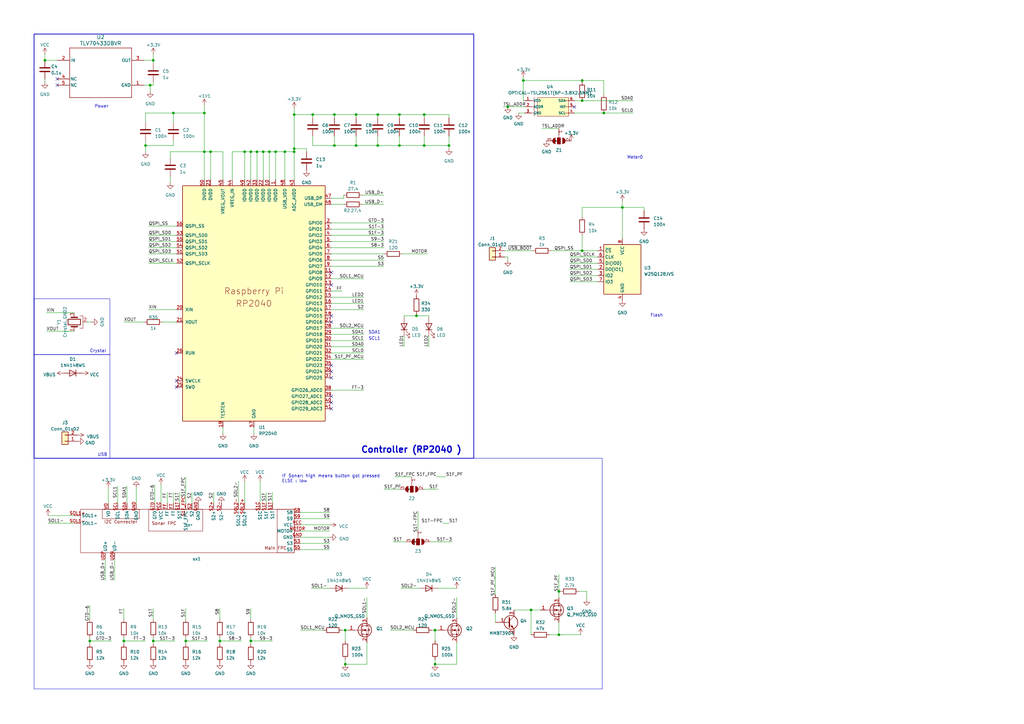
<source format=kicad_sch>
(kicad_sch (version 20231120) (generator "eeschema") (generator_version "8.0")
  (paper "A3")
  (title_block (title "OPSX-70") (date "2023-05-05") (rev "2"))
  (junction (at 107.95 62.23))
  (junction (at 100.33 62.23))
  (junction (at 247.65 46.355))
  (junction (at 170.815 129.54))
  (junction (at 62.865 24.765))
  (junction (at 154.94 59.69))
  (junction (at 83.82 62.23))
  (junction (at 62.865 262.89))
  (junction (at 178.435 272.415))
  (junction (at 83.82 46.355))
  (junction (at 178.435 258.445))
  (junction (at 36.83 262.89))
  (junction (at 217.805 250.19))
  (junction (at 214.63 33.02))
  (junction (at 184.15 59.69))
  (junction (at 173.99 46.99))
  (junction (at 154.94 46.99))
  (junction (at 146.05 59.69))
  (junction (at 120.65 60.96))
  (junction (at 90.17 262.89))
  (junction (at 102.87 62.23))
  (junction (at 146.05 46.99))
  (junction (at 238.76 41.275))
  (junction (at 238.76 102.87))
  (junction (at 141.605 272.415))
  (junction (at 128.27 46.99))
  (junction (at 163.83 46.99))
  (junction (at 71.12 46.355))
  (junction (at 238.76 33.02))
  (junction (at 137.16 46.99))
  (junction (at 120.65 62.23))
  (junction (at 61.595 34.925))
  (junction (at 50.8 262.89))
  (junction (at 229.235 242.57))
  (junction (at 120.65 46.99))
  (junction (at 163.83 59.69))
  (junction (at 137.16 59.69))
  (junction (at 86.36 62.23))
  (junction (at 18.415 24.765))
  (junction (at 173.99 59.69))
  (junction (at 76.2 262.89))
  (junction (at 116.84 62.23))
  (junction (at 229.235 260.35))
  (junction (at 102.87 262.89))
  (junction (at 105.41 62.23))
  (junction (at 141.605 258.445))
  (junction (at 208.28 43.815))
  (junction (at 59.69 59.69))
  (junction (at 110.49 62.23))
  (junction (at 113.03 62.23))
  (junction (at 255.27 85.09))
  (no_connect (at 23.495 32.385))
  (no_connect (at 135.89 149.86))
  (no_connect (at 23.495 34.925))
  (no_connect (at 72.39 158.75))
  (no_connect (at 135.89 132.08))
  (no_connect (at 135.89 162.56))
  (no_connect (at 135.89 154.94))
  (no_connect (at 72.39 156.21))
  (no_connect (at 135.89 129.54))
  (no_connect (at 135.89 165.1))
  (no_connect (at 135.89 116.84))
  (no_connect (at 72.39 144.78))
  (no_connect (at 135.89 167.64))
  (no_connect (at 135.89 111.76))
  (no_connect (at 135.89 152.4))
  (no_connect (at 235.585 43.815))
  (wire (pts (xy 229.235 260.35) (xy 225.425 260.35)))
  (wire (pts (xy 97.79 197.485) (xy 97.79 206.375)))
  (wire (pts (xy 175.895 142.24) (xy 175.895 137.795)))
  (wire (pts (xy 247.65 33.02) (xy 238.76 33.02)))
  (wire (pts (xy 113.03 62.23) (xy 116.84 62.23)))
  (wire (pts (xy 116.84 62.23) (xy 116.84 73.66)))
  (wire (pts (xy 149.225 114.3) (xy 135.89 114.3)))
  (wire (pts (xy 212.725 46.355) (xy 215.265 46.355)))
  (wire (pts (xy 259.715 41.275) (xy 238.76 41.275)))
  (wire (pts (xy 141.605 272.415) (xy 141.605 270.51)))
  (wire (pts (xy 104.14 177.8) (xy 104.14 175.26)))
  (wire (pts (xy 171.45 209.55) (xy 171.45 217.17)))
  (wire (pts (xy 59.69 50.165) (xy 59.69 46.355)))
  (wire (pts (xy 36.83 248.285) (xy 36.83 254)))
  (wire (pts (xy 106.68 197.485) (xy 106.68 206.375)))
  (wire (pts (xy 238.76 33.655) (xy 238.76 33.02)))
  (wire (pts (xy 163.83 46.99) (xy 163.83 48.26)))
  (wire (pts (xy 146.05 46.99) (xy 154.94 46.99)))
  (wire (pts (xy 62.865 249.555) (xy 62.865 254)))
  (wire (pts (xy 150.495 263.525) (xy 150.495 272.415)))
  (wire (pts (xy 59.69 57.785) (xy 59.69 59.69)))
  (wire (pts (xy 229.235 242.57) (xy 229.235 245.11)))
  (wire (pts (xy 83.82 46.355) (xy 83.82 62.23)))
  (wire (pts (xy 264.16 85.09) (xy 255.27 85.09)))
  (wire (pts (xy 90.17 249.555) (xy 90.17 254)))
  (wire (pts (xy 62.865 33.655) (xy 62.865 34.925)))
  (wire (pts (xy 255.27 85.09) (xy 255.27 82.55)))
  (wire (pts (xy 229.235 235.585) (xy 229.235 242.57)))
  (wire (pts (xy 120.65 62.23) (xy 120.65 73.66)))
  (wire (pts (xy 120.65 60.96) (xy 125.73 60.96)))
  (wire (pts (xy 111.76 262.89) (xy 102.87 262.89)))
  (wire (pts (xy 86.36 73.66) (xy 86.36 62.23)))
  (wire (pts (xy 60.96 127) (xy 72.39 127)))
  (wire (pts (xy 102.87 262.89) (xy 102.87 264.16)))
  (wire (pts (xy 150.495 272.415) (xy 141.605 272.415)))
  (wire (pts (xy 100.33 197.485) (xy 100.33 206.375)))
  (wire (pts (xy 37.465 132.08) (xy 35.56 132.08)))
  (wire (pts (xy 226.06 102.87) (xy 238.76 102.87)))
  (wire (pts (xy 187.325 272.415) (xy 178.435 272.415)))
  (wire (pts (xy 60.96 92.71) (xy 72.39 92.71)))
  (wire (pts (xy 175.895 129.54) (xy 175.895 130.175)))
  (wire (pts (xy 102.87 249.555) (xy 102.87 254)))
  (wire (pts (xy 116.84 62.23) (xy 120.65 62.23)))
  (wire (pts (xy 105.41 62.23) (xy 107.95 62.23)))
  (wire (pts (xy 229.87 242.57) (xy 229.235 242.57)))
  (wire (pts (xy 214.63 41.275) (xy 215.265 41.275)))
  (wire (pts (xy 214.63 33.02) (xy 214.63 41.275)))
  (wire (pts (xy 50.8 132.08) (xy 59.055 132.08)))
  (wire (pts (xy 187.325 241.3) (xy 179.705 241.3)))
  (wire (pts (xy 86.36 62.23) (xy 83.82 62.23)))
  (wire (pts (xy 149.225 144.78) (xy 135.89 144.78)))
  (wire (pts (xy 76.2 249.555) (xy 76.2 254)))
  (wire (pts (xy 123.19 258.445) (xy 132.715 258.445)))
  (wire (pts (xy 62.865 261.62) (xy 62.865 262.89)))
  (wire (pts (xy 181.61 214.63) (xy 184.15 214.63)))
  (wire (pts (xy 173.99 46.99) (xy 184.15 46.99)))
  (wire (pts (xy 238.76 85.09) (xy 255.27 85.09)))
  (wire (pts (xy 173.99 59.69) (xy 184.15 59.69)))
  (wire (pts (xy 110.49 62.23) (xy 113.03 62.23)))
  (wire (pts (xy 149.225 139.7) (xy 135.89 139.7)))
  (wire (pts (xy 179.07 195.58) (xy 182.88 195.58)))
  (wire (pts (xy 247.65 38.735) (xy 247.65 33.02)))
  (wire (pts (xy 150.495 241.3) (xy 142.875 241.3)))
  (wire (pts (xy 36.83 261.62) (xy 36.83 262.89)))
  (wire (pts (xy 157.48 200.66) (xy 163.83 200.66)))
  (wire (pts (xy 135.255 220.345) (xy 123.19 220.345)))
  (wire (pts (xy 165.735 142.24) (xy 165.735 137.795)))
  (wire (pts (xy 238.76 96.52) (xy 238.76 102.87)))
  (wire (pts (xy 135.89 142.24) (xy 149.225 142.24)))
  (wire (pts (xy 163.83 59.69) (xy 173.99 59.69)))
  (wire (pts (xy 184.15 55.88) (xy 184.15 59.69)))
  (wire (pts (xy 50.8 261.62) (xy 50.8 262.89)))
  (wire (pts (xy 146.05 59.69) (xy 154.94 59.69)))
  (wire (pts (xy 43.18 238.125) (xy 43.18 229.235)))
  (wire (pts (xy 149.225 121.92) (xy 135.89 121.92)))
  (wire (pts (xy 19.05 128.27) (xy 30.48 128.27)))
  (wire (pts (xy 66.04 198.755) (xy 66.04 206.375)))
  (wire (pts (xy 210.82 250.19) (xy 217.805 250.19)))
  (wire (pts (xy 90.17 262.89) (xy 90.17 264.16)))
  (wire (pts (xy 90.17 261.62) (xy 90.17 262.89)))
  (wire (pts (xy 161.29 222.25) (xy 166.37 222.25)))
  (wire (pts (xy 102.87 62.23) (xy 102.87 73.66)))
  (wire (pts (xy 178.435 262.89) (xy 178.435 258.445)))
  (wire (pts (xy 87.63 201.93) (xy 87.63 206.375)))
  (wire (pts (xy 170.815 129.54) (xy 175.895 129.54)))
  (wire (pts (xy 160.02 258.445) (xy 169.545 258.445)))
  (wire (pts (xy 135.89 93.98) (xy 157.48 93.98)))
  (wire (pts (xy 165.735 129.54) (xy 165.735 130.175)))
  (wire (pts (xy 128.27 46.99) (xy 137.16 46.99)))
  (wire (pts (xy 110.49 62.23) (xy 110.49 73.66)))
  (wire (pts (xy 264.16 86.36) (xy 264.16 85.09)))
  (wire (pts (xy 233.68 113.03) (xy 245.11 113.03)))
  (wire (pts (xy 71.12 46.355) (xy 83.82 46.355)))
  (wire (pts (xy 146.05 46.99) (xy 146.05 48.26)))
  (wire (pts (xy 137.16 46.99) (xy 137.16 48.26)))
  (wire (pts (xy 221.615 250.19) (xy 217.805 250.19)))
  (wire (pts (xy 259.715 46.355) (xy 247.65 46.355)))
  (wire (pts (xy 238.76 88.9) (xy 238.76 85.09)))
  (wire (pts (xy 128.27 59.69) (xy 137.16 59.69)))
  (wire (pts (xy 154.94 59.69) (xy 163.83 59.69)))
  (wire (pts (xy 91.44 73.66) (xy 91.44 62.23)))
  (wire (pts (xy 120.65 44.45) (xy 120.65 46.99)))
  (wire (pts (xy 135.89 81.28) (xy 140.97 81.28)))
  (wire (pts (xy 91.44 177.8) (xy 91.44 175.26)))
  (wire (pts (xy 135.255 212.725) (xy 123.19 212.725)))
  (wire (pts (xy 59.69 59.69) (xy 71.12 59.69)))
  (wire (pts (xy 217.805 260.35) (xy 217.805 250.19)))
  (wire (pts (xy 73.66 201.93) (xy 73.66 206.375)))
  (wire (pts (xy 105.41 62.23) (xy 105.41 73.66)))
  (wire (pts (xy 178.435 258.445) (xy 179.705 258.445)))
  (wire (pts (xy 52.07 199.39) (xy 52.07 206.375)))
  (wire (pts (xy 140.335 258.445) (xy 141.605 258.445)))
  (wire (pts (xy 91.44 62.23) (xy 86.36 62.23)))
  (wire (pts (xy 222.25 52.705) (xy 229.235 52.705)))
  (wire (pts (xy 137.16 59.69) (xy 146.05 59.69)))
  (wire (pts (xy 62.865 262.89) (xy 62.865 264.16)))
  (wire (pts (xy 128.27 55.88) (xy 128.27 59.69)))
  (wire (pts (xy 157.48 80.01) (xy 148.59 80.01)))
  (wire (pts (xy 255.27 85.09) (xy 255.27 97.79)))
  (wire (pts (xy 161.925 195.58) (xy 168.91 195.58)))
  (wire (pts (xy 83.82 43.18) (xy 83.82 46.355)))
  (wire (pts (xy 83.82 62.23) (xy 83.82 73.66)))
  (wire (pts (xy 18.415 33.655) (xy 18.415 32.385)))
  (wire (pts (xy 135.255 217.805) (xy 123.19 217.805)))
  (wire (pts (xy 233.68 110.49) (xy 245.11 110.49)))
  (wire (pts (xy 154.94 46.99) (xy 163.83 46.99)))
  (wire (pts (xy 59.69 46.355) (xy 71.12 46.355)))
  (wire (pts (xy 207.01 105.41) (xy 208.28 105.41)))
  (wire (pts (xy 45.72 262.89) (xy 36.83 262.89)))
  (wire (pts (xy 233.68 105.41) (xy 245.11 105.41)))
  (wire (pts (xy 140.335 119.38) (xy 135.89 119.38)))
  (wire (pts (xy 36.83 262.89) (xy 36.83 264.16)))
  (wire (pts (xy 187.325 245.11) (xy 187.325 253.365)))
  (wire (pts (xy 149.225 124.46) (xy 135.89 124.46)))
  (wire (pts (xy 76.2 195.58) (xy 76.2 206.375)))
  (wire (pts (xy 95.25 73.66) (xy 95.25 62.23)))
  (wire (pts (xy 48.26 199.39) (xy 48.26 206.375)))
  (wire (pts (xy 85.09 262.89) (xy 76.2 262.89)))
  (wire (pts (xy 123.19 210.185) (xy 135.255 210.185)))
  (wire (pts (xy 164.465 241.3) (xy 172.085 241.3)))
  (wire (pts (xy 173.99 55.88) (xy 173.99 59.69)))
  (wire (pts (xy 187.325 263.525) (xy 187.325 272.415)))
  (wire (pts (xy 46.99 238.125) (xy 46.99 229.235)))
  (wire (pts (xy 120.65 46.99) (xy 128.27 46.99)))
  (wire (pts (xy 208.28 105.41) (xy 208.28 106.68)))
  (wire (pts (xy 100.33 73.66) (xy 100.33 62.23)))
  (wire (pts (xy 157.48 104.14) (xy 135.89 104.14)))
  (wire (pts (xy 120.65 46.99) (xy 120.65 60.96)))
  (wire (pts (xy 62.865 24.765) (xy 59.055 24.765)))
  (wire (pts (xy 71.12 201.93) (xy 71.12 206.375)))
  (wire (pts (xy 50.8 262.89) (xy 50.8 264.16)))
  (wire (pts (xy 107.95 62.23) (xy 107.95 73.66)))
  (wire (pts (xy 233.68 115.57) (xy 245.11 115.57)))
  (wire (pts (xy 178.435 272.415) (xy 178.435 270.51)))
  (wire (pts (xy 69.85 62.23) (xy 83.82 62.23)))
  (wire (pts (xy 149.225 147.32) (xy 135.89 147.32)))
  (wire (pts (xy 157.48 109.22) (xy 135.89 109.22)))
  (wire (pts (xy 18.415 24.765) (xy 23.495 24.765)))
  (wire (pts (xy 55.88 200.025) (xy 55.88 206.375)))
  (wire (pts (xy 135.255 225.425) (xy 123.19 225.425)))
  (wire (pts (xy 154.94 46.99) (xy 154.94 48.26)))
  (wire (pts (xy 238.76 102.87) (xy 245.11 102.87)))
  (wire (pts (xy 111.76 201.93) (xy 111.76 206.375)))
  (wire (pts (xy 141.605 258.445) (xy 142.875 258.445)))
  (wire (pts (xy 107.95 62.23) (xy 110.49 62.23)))
  (wire (pts (xy 19.685 211.455) (xy 30.48 211.455)))
  (wire (pts (xy 184.15 48.26) (xy 184.15 46.99)))
  (wire (pts (xy 135.89 99.06) (xy 157.48 99.06)))
  (wire (pts (xy 137.16 46.99) (xy 146.05 46.99)))
  (wire (pts (xy 102.87 62.23) (xy 105.41 62.23)))
  (wire (pts (xy 146.05 55.88) (xy 146.05 59.69)))
  (wire (pts (xy 157.48 91.44) (xy 135.89 91.44)))
  (wire (pts (xy 140.97 81.28) (xy 140.97 80.01)))
  (wire (pts (xy 150.495 245.11) (xy 150.495 253.365)))
  (wire (pts (xy 125.73 60.96) (xy 125.73 62.23)))
  (wire (pts (xy 60.96 107.95) (xy 72.39 107.95)))
  (wire (pts (xy 157.48 83.82) (xy 148.59 83.82)))
  (wire (pts (xy 61.595 34.925) (xy 59.055 34.925)))
  (wire (pts (xy 203.2 251.46) (xy 203.2 255.27)))
  (wire (pts (xy 185.42 222.25) (xy 176.53 222.25)))
  (wire (pts (xy 207.01 102.87) (xy 218.44 102.87)))
  (wire (pts (xy 163.83 46.99) (xy 173.99 46.99)))
  (wire (pts (xy 76.2 262.89) (xy 76.2 264.16)))
  (wire (pts (xy 240.665 245.745) (xy 240.665 242.57)))
  (wire (pts (xy 135.89 106.68) (xy 157.48 106.68)))
  (wire (pts (xy 128.27 46.99) (xy 128.27 48.26)))
  (wire (pts (xy 135.89 160.02) (xy 149.225 160.02)))
  (wire (pts (xy 214.63 33.02) (xy 238.76 33.02)))
  (wire (pts (xy 66.675 132.08) (xy 72.39 132.08)))
  (wire (pts (xy 154.94 55.88) (xy 154.94 59.69)))
  (wire (pts (xy 59.69 59.69) (xy 59.69 62.23)))
  (wire (pts (xy 240.665 242.57) (xy 237.49 242.57)))
  (wire (pts (xy 18.415 22.225) (xy 18.415 24.765)))
  (wire (pts (xy 102.87 261.62) (xy 102.87 262.89)))
  (wire (pts (xy 173.99 46.99) (xy 173.99 48.26)))
  (wire (pts (xy 229.235 260.35) (xy 238.125 260.35)))
  (wire (pts (xy 59.69 262.89) (xy 50.8 262.89)))
  (wire (pts (xy 163.83 55.88) (xy 163.83 59.69)))
  (wire (pts (xy 214.63 31.75) (xy 214.63 33.02)))
  (wire (pts (xy 71.755 262.89) (xy 62.865 262.89)))
  (wire (pts (xy 141.605 262.89) (xy 141.605 258.445)))
  (wire (pts (xy 78.74 201.93) (xy 78.74 206.375)))
  (wire (pts (xy 62.865 34.925) (xy 61.595 34.925)))
  (wire (pts (xy 71.12 46.355) (xy 71.12 50.165)))
  (wire (pts (xy 149.225 127) (xy 135.89 127)))
  (wire (pts (xy 95.25 62.23) (xy 100.33 62.23)))
  (wire (pts (xy 60.96 96.52) (xy 72.39 96.52)))
  (wire (pts (xy 165.735 129.54) (xy 170.815 129.54)))
  (wire (pts (xy 19.685 214.63) (xy 30.48 214.63)))
  (wire (pts (xy 184.15 59.69) (xy 184.15 60.96)))
  (wire (pts (xy 44.45 200.025) (xy 44.45 206.375)))
  (wire (pts (xy 135.89 83.82) (xy 140.97 83.82)))
  (wire (pts (xy 135.255 215.265) (xy 123.19 215.265)))
  (wire (pts (xy 247.65 46.355) (xy 235.585 46.355)))
  (wire (pts (xy 135.89 134.62) (xy 149.225 134.62)))
  (wire (pts (xy 157.48 101.6) (xy 135.89 101.6)))
  (wire (pts (xy 19.05 135.89) (xy 30.48 135.89)))
  (wire (pts (xy 99.06 262.89) (xy 90.17 262.89)))
  (wire (pts (xy 203.2 232.41) (xy 203.2 243.84)))
  (wire (pts (xy 170.815 129.54) (xy 170.815 128.905)))
  (wire (pts (xy 100.33 62.23) (xy 102.87 62.23)))
  (wire (pts (xy 120.65 60.96) (xy 120.65 62.23)))
  (wire (pts (xy 76.2 261.62) (xy 76.2 262.89)))
  (wire (pts (xy 179.705 200.66) (xy 173.99 200.66)))
  (wire (pts (xy 50.8 249.555) (xy 50.8 254)))
  (wire (pts (xy 137.16 55.88) (xy 137.16 59.69)))
  (wire (pts (xy 68.58 201.93) (xy 68.58 206.375)))
  (wire (pts (xy 123.19 222.885) (xy 135.255 222.885)))
  (wire (pts (xy 60.96 99.06) (xy 72.39 99.06)))
  (wire (pts (xy 62.865 22.225) (xy 62.865 24.765)))
  (wire (pts (xy 61.595 37.465) (xy 61.595 34.925)))
  (wire (pts (xy 113.03 62.23) (xy 113.03 73.66)))
  (wire (pts (xy 62.865 26.035) (xy 62.865 24.765)))
  (wire (pts (xy 127.635 241.3) (xy 135.255 241.3)))
  (wire (pts (xy 149.225 137.16) (xy 135.89 137.16)))
  (wire (pts (xy 135.89 96.52) (xy 157.48 96.52)))
  (wire (pts (xy 60.96 104.14) (xy 72.39 104.14)))
  (wire (pts (xy 208.28 43.815) (xy 206.375 43.815)))
  (wire (pts (xy 69.85 74.93) (xy 69.85 72.39)))
  (wire (pts (xy 109.22 201.93) (xy 109.22 206.375)))
  (wire (pts (xy 215.265 43.815) (xy 208.28 43.815)))
  (wire (pts (xy 238.76 41.275) (xy 235.585 41.275)))
  (wire (pts (xy 177.165 258.445) (xy 178.435 258.445)))
  (wire (pts (xy 175.26 104.14) (xy 165.1 104.14)))
  (wire (pts (xy 233.68 107.95) (xy 245.11 107.95)))
  (wire (pts (xy 60.96 101.6) (xy 72.39 101.6)))
  (wire (pts (xy 71.12 57.785) (xy 71.12 59.69)))
  (wire (pts (xy 69.85 64.77) (xy 69.85 62.23)))
  (wire (pts (xy 63.5 198.755) (xy 63.5 206.375)))
  (wire (pts (xy 229.235 255.27) (xy 229.235 260.35)))
  (rectangle (start 13.97 145.415) (end 45.085 187.96))
  (rectangle (start 13.97 13.97) (end 194.31 187.96) (stroke (width 0.3)))
  (rectangle (start 13.97 187.96) (end 247.015 282.575))
  (rectangle (start 13.97 122.555) (end 45.085 145.415))
  (text "Flash\n" (at 266.7 130.175 0) (effects (font (size 1.27 1.27)) (justify left bottom)))
  (text "Meter0" (at 257.175 65.405 0) (effects (font (size 1.27 1.27)) (justify left bottom)))
  (text "Power " (at 38.735 44.45 0) (effects (font (size 1.27 1.27)) (justify left bottom)))
  (text "Crystal\n" (at 36.83 144.78 0) (effects (font (size 1.27 1.27)) (justify left bottom)))
  (text "IF Sonar: high means button got pressed\nELSE : low" (at 115.57 198.12 0) (effects (font (size 1.27 1.27)) (justify left bottom)))
  (text "Controller (RP2040 )\n" (at 147.955 186.055 0) (effects (font (size 2.54 2.54) (thickness 0.508) (bold yes)) (justify left bottom)))
  (text "SCL1\n" (at 151.13 139.7 0) (effects (font (size 1.27 1.27)) (justify left bottom)))
  (text "SDA1" (at 151.13 137.16 0) (effects (font (size 1.27 1.27)) (justify left bottom)))
  (text "USB" (at 40.005 187.325 0) (effects (font (size 1.27 1.27)) (justify left bottom)))
  (label "MOTOR" (at 175.26 104.14 180))
  (label "S8-3" (at 157.48 101.6 180))
  (label "XIN" (at 19.05 128.27 0))
  (label "QSPI_SS" (at 227.33 102.87 0))
  (label "XIN" (at 60.96 127 0))
  (label "QSPI_SD0" (at 60.96 96.52 0))
  (label "GTD-3" (at 157.48 91.44 180))
  (label "SDA1" (at 149.225 137.16 180))
  (label "S1T-FPC" (at 171.45 209.55 270))
  (label "SCL1" (at 48.26 199.39 270))
  (label "S1T-3" (at 185.42 222.25 180))
  (label "QSPI_SD3" (at 233.68 115.57 0))
  (label "FF" (at 140.335 119.38 180))
  (label "S1F_FPC" (at 76.2 195.58 270))
  (label "~{USB_BOOT}" (at 208.28 102.87 0))
  (label "S1F_FPC" (at 161.925 195.58 0))
  (label "SOL2-" (at 187.325 245.11 270))
  (label "QSPI_SD1" (at 233.68 110.49 0))
  (label "FT-3" (at 149.225 160.02 180))
  (label "S1T-3" (at 71.755 262.89 180))
  (label "S8-3" (at 99.06 262.89 180))
  (label "SCL0" (at 259.715 46.355 180))
  (label "S1F_PF" (at 229.235 235.585 270))
  (label "SDA1" (at 52.07 199.39 270))
  (label "S3" (at 135.255 222.885 180))
  (label "S1T" (at 73.66 201.93 270))
  (label "S1T" (at 62.865 249.555 270))
  (label "LED2" (at 175.895 142.24 90))
  (label "GTD-6" (at 63.5 198.755 270))
  (label "SDA0" (at 259.715 41.275 180))
  (label "S1F_PF" (at 157.48 200.66 0))
  (label "S2" (at 78.74 201.93 270))
  (label "FF" (at 68.58 201.93 270))
  (label "SDA0" (at 149.225 142.24 180))
  (label "GTD-3" (at 45.72 262.89 180))
  (label "S1F-3" (at 157.48 96.52 180))
  (label "S1F" (at 179.705 200.66 180))
  (label "SOL2-" (at 97.79 197.485 270))
  (label "QSPI_SD2" (at 60.96 101.6 0))
  (label "S8" (at 90.17 249.555 270))
  (label "USB_D-" (at 46.99 238.125 90))
  (label "S1T" (at 184.15 214.63 0))
  (label "S1T" (at 161.29 222.25 0))
  (label "SOL2_MCU" (at 149.225 134.62 180))
  (label "S2" (at 149.225 127 180))
  (label "SOL2_MCU" (at 160.02 258.445 0))
  (label "LED1" (at 149.225 124.46 180))
  (label "MOTOR" (at 135.255 217.805 180))
  (label "SCL0" (at 149.225 144.78 180))
  (label "SOL1-" (at 19.685 214.63 0))
  (label "S8" (at 135.255 210.185 180))
  (label "SOL1_MCU" (at 149.225 114.3 180))
  (label "S5" (at 135.255 225.425 180))
  (label "USB_D-" (at 157.48 83.82 180))
  (label "SCL1" (at 149.225 139.7 180))
  (label "XOUT" (at 50.8 132.08 0))
  (label "S9-3" (at 111.76 262.89 180))
  (label "QSPI_SD1" (at 60.96 99.06 0))
  (label "USB_D+" (at 157.48 80.01 180))
  (label "TSL_ADDR" (at 206.375 43.815 0))
  (label "FT" (at 50.8 249.555 270))
  (label "QSPI_SD0" (at 233.68 107.95 0))
  (label "S1F" (at 109.22 201.93 270))
  (label "S9" (at 135.255 212.725 180))
  (label "S1F_PF" (at 182.88 195.58 0))
  (label "LED2" (at 149.225 121.92 180))
  (label "S9" (at 102.87 249.555 270))
  (label "S3" (at 157.48 109.22 180))
  (label "S9-3" (at 157.48 99.06 180))
  (label "SOL2-" (at 164.465 241.3 0))
  (label "GTD-6" (at 36.83 248.285 270))
  (label "SOL1-" (at 127.635 241.3 0))
  (label "S1F_FPC" (at 179.07 195.58 180))
  (label "S1F_PF_MCU" (at 149.225 147.32 180))
  (label "S1F-3" (at 85.09 262.89 180))
  (label "QSPI_SS" (at 60.96 92.71 0))
  (label "QSPI_SD2" (at 233.68 113.03 0))
  (label "QSPI_SD3" (at 60.96 104.14 0))
  (label "SOL1-" (at 150.495 245.11 270))
  (label "S2" (at 87.63 201.93 270))
  (label "QSPI_SCLK" (at 60.96 107.95 0))
  (label "QSPI_SCLK" (at 233.68 105.41 0))
  (label "USB_D+" (at 43.18 238.125 90))
  (label "S1F" (at 76.2 249.555 270))
  (label "FT-3" (at 59.69 262.89 180))
  (label "S1F_PF_MCU" (at 203.2 232.41 270))
  (label "S1T-FPC" (at 181.61 214.63 180))
  (label "S5" (at 157.48 106.68 180))
  (label "FT" (at 71.12 201.93 270))
  (label "S1T-3" (at 157.48 93.98 180))
  (label "SOL1_MCU" (at 123.19 258.445 0))
  (label "XOUT" (at 19.05 135.89 0))
  (label "LED1" (at 165.735 142.24 90))
  (label "S1T" (at 111.76 201.93 270))
  (label "TSL_ADDR" (at 222.25 52.705 0))
  (symbol (lib_id "power:GND") (at 178.435 272.415 0) (unit 1)
    (property "Reference" "#PWR045" (effects (hide yes)))
    (property "Value" "GND" (at 178.435 276.86 0))
  )
  (symbol (lib_id "power:GND") (at 61.595 37.465 0) (unit 1)
    (property "Reference" "#PWR05" (effects (hide yes)))
    (property "Value" "GND" (at 61.595 42.545 0))
  )
  (symbol (lib_id "Device:R") (at 62.865 257.81 0) (unit 1)
    (property "Reference" "R13" (at 64.77 257.175 0) (effects (justify left)))
    (property "Value" "10k" (at 64.77 259.715 0) (effects (justify left)))
    (property "Footprint" "Resistor_SMD:R_0402_1005Metric_Pad0.72x0.64mm_HandSolder" (effects (hide yes)))
  )
  (symbol (lib_id "power:VCC") (at 66.04 198.755 0) (unit 1)
    (property "Reference" "#PWR022" (effects (hide yes)))
    (property "Value" "VCC" (at 66.04 194.945 0))
  )
  (symbol (lib_id "power:VBUS") (at 26.035 153.035 90) (unit 1)
    (property "Reference" "#PWR025" (effects (hide yes)))
    (property "Value" "VBUS" (at 22.86 153.67 90) (effects (justify left)))
  )
  (symbol (lib_id "Device:C") (at 184.15 52.07 0) (unit 1)
    (property "Reference" "C12" (at 187.96 51.435 0) (effects (justify left)))
    (property "Value" "100n" (at 187.96 53.975 0) (effects (justify left)))
    (property "Footprint" "Capacitor_SMD:C_0402_1005Metric_Pad0.74x0.62mm_HandSolder" (effects (hide yes)))
  )
  (symbol (lib_id "power:GND") (at 264.16 93.98 0) (unit 1)
    (property "Reference" "#PWR015" (effects (hide yes)))
    (property "Value" "GND" (at 264.16 99.06 0))
  )
  (symbol (lib_id "Device:R") (at 102.87 267.97 0) (unit 1)
    (property "Reference" "R20" (at 105.41 267.335 0) (effects (justify left)))
    (property "Value" "12k" (at 105.41 269.875 0) (effects (justify left)))
    (property "Footprint" "Resistor_SMD:R_0402_1005Metric_Pad0.72x0.64mm_HandSolder" (effects (hide yes)))
  )
  (symbol (lib_id "MCU_RaspberryPi_RP2040:RP2040") (at 104.14 124.46 0) (unit 1)
    (property "Reference" "U1" (at 106.0959 175.26 0) (effects (justify left)))
    (property "Value" "RP2040" (at 106.0959 177.8 0) (effects (justify left)))
    (property "Footprint" "RP2040_minimal:RP2040-QFN-56" (effects (hide yes)))
  )
  (symbol (lib_id "Device:R") (at 141.605 266.7 180) (unit 1)
    (property "Reference" "R23" (at 144.145 266.065 0) (effects (justify right)))
    (property "Value" "100k" (at 144.145 268.605 0) (effects (justify right)))
    (property "Footprint" "Resistor_SMD:R_0402_1005Metric_Pad0.72x0.64mm_HandSolder" (effects (hide yes)))
  )
  (symbol (lib_id "power:GND") (at 90.805 206.375 180) (unit 1)
    (property "Reference" "#PWR035" (effects (hide yes)))
    (property "Value" "GND" (at 90.805 202.565 0))
  )
  (symbol (lib_id "Connector_Generic:Conn_01x02") (at 201.93 105.41 180) (unit 1)
    (property "Reference" "J1" (at 201.93 97.79 0))
    (property "Value" "Conn_01x02" (at 201.93 100.33 0))
    (property "Footprint" "Connector_PinHeader_2.54mm:PinHeader_1x02_P2.54mm_Vertical" (effects (hide yes)))
  )
  (symbol (lib_id "Device:R") (at 76.2 267.97 0) (unit 1)
    (property "Reference" "R16" (at 78.74 267.335 0) (effects (justify left)))
    (property "Value" "12k" (at 78.74 269.875 0) (effects (justify left)))
    (property "Footprint" "Resistor_SMD:R_0402_1005Metric_Pad0.72x0.64mm_HandSolder" (effects (hide yes)))
  )
  (symbol (lib_id "Device:R") (at 144.78 83.82 90) (unit 1)
    (property "Reference" "R2" (at 142.24 86.36 90))
    (property "Value" "27.4" (at 146.05 86.36 90))
    (property "Footprint" "Resistor_SMD:R_0402_1005Metric_Pad0.72x0.64mm_HandSolder" (effects (hide yes)))
  )
  (symbol (lib_id "Device:C") (at 163.83 52.07 0) (unit 1)
    (property "Reference" "C10" (at 167.64 51.435 0) (effects (justify left)))
    (property "Value" "100n" (at 167.64 53.975 0) (effects (justify left)))
    (property "Footprint" "Capacitor_SMD:C_0402_1005Metric_Pad0.74x0.62mm_HandSolder" (effects (hide yes)))
  )
  (symbol (lib_id "power:VCC") (at 135.255 215.265 270) (unit 1)
    (property "Reference" "#PWR023" (effects (hide yes)))
    (property "Value" "VCC" (at 139.065 215.9 90) (effects (justify left)))
  )
  (symbol (lib_id "power:VBUS") (at 31.75 178.435 270) (unit 1)
    (property "Reference" "#PWR019" (effects (hide yes)))
    (property "Value" "VBUS" (at 35.56 179.07 90) (effects (justify left)))
  )
  (symbol (lib_id "Device:R") (at 36.83 267.97 0) (unit 1)
    (property "Reference" "R5" (at 39.37 267.335 0) (effects (justify left)))
    (property "Value" "12k" (at 39.37 269.875 0) (effects (justify left)))
    (property "Footprint" "Resistor_SMD:R_0402_1005Metric_Pad0.72x0.64mm_HandSolder" (effects (hide yes)))
  )
  (symbol (lib_id "Device:Q_NMOS_GSD") (at 184.785 258.445 0) (unit 1)
    (property "Reference" "Q2" (at 191.135 257.81 0) (effects (justify left)))
    (property "Value" "Q_NMOS_GSD" (at 173.99 252.73 0) (effects (justify left)))
    (property "Footprint" "Package_TO_SOT_SMD:SOT-23" (effects (hide yes)))
  )
  (symbol (lib_id "Connector_Generic:Conn_01x02") (at 26.67 180.975 180) (unit 1)
    (property "Reference" "J3" (at 26.67 173.355 0))
    (property "Value" "Conn_01x02" (at 26.67 175.895 0))
    (property "Footprint" "Connector_PinHeader_2.54mm:PinHeader_1x02_P2.54mm_Vertical" (effects (hide yes)))
  )
  (symbol (lib_id "Device:C") (at 18.415 28.575 0) (unit 1)
    (property "Reference" "C4" (at 20.955 27.305 0) (effects (justify left)))
    (property "Value" "0.1u" (at 20.955 29.845 0) (effects (justify left)))
    (property "Footprint" "Capacitor_SMD:C_0402_1005Metric_Pad0.74x0.62mm_HandSolder" (effects (hide yes)))
  )
  (symbol (lib_id "power:GND") (at 208.28 106.68 0) (unit 1)
    (property "Reference" "#PWR013" (effects (hide yes)))
    (property "Value" "GND" (at 208.28 111.76 0))
  )
  (symbol (lib_id "Device:C") (at 264.16 90.17 0) (unit 1)
    (property "Reference" "C14" (at 267.97 89.535 0) (effects (justify left)))
    (property "Value" "100n" (at 267.97 92.075 0) (effects (justify left)))
    (property "Footprint" "Capacitor_SMD:C_0402_1005Metric_Pad0.74x0.62mm_HandSolder" (effects (hide yes)))
  )
  (symbol (lib_id "Diode:1N4148WS") (at 29.845 153.035 180) (unit 1)
    (property "Reference" "D1" (at 29.845 147.32 0))
    (property "Value" "1N4148WS" (at 29.845 149.86 0))
    (property "Footprint" "Diode_SMD:D_SOD-323" (effects (hide yes)))
    (property "Datasheet" "https://www.vishay.com/docs/85751/1n4148ws.pdf" (effects (hide yes)))
    (property "Sim.Device" "D" (effects (hide yes)))
    (property "Sim.Pins" "1=K 2=A" (effects (hide yes)))
  )
  (symbol (lib_id "Device:C") (at 154.94 52.07 0) (unit 1)
    (property "Reference" "C9" (at 158.75 51.435 0) (effects (justify left)))
    (property "Value" "100n" (at 158.75 53.975 0) (effects (justify left)))
    (property "Footprint" "Capacitor_SMD:C_0402_1005Metric_Pad0.74x0.62mm_HandSolder" (effects (hide yes)))
  )
  (symbol (lib_id "power:GND") (at 135.255 220.345 90) (unit 1)
    (property "Reference" "#PWR018" (effects (hide yes)))
    (property "Value" "GND" (at 139.065 220.98 90) (effects (justify right)))
  )
  (symbol (lib_id "power:VCC") (at 238.125 260.35 0) (mirror y) (unit 1)
    (property "Reference" "#PWR055" (effects (hide yes)))
    (property "Value" "VCC" (at 238.125 256.54 0))
  )
  (symbol (lib_id "power:+3.3V") (at 234.315 57.785 0) (unit 1)
    (property "Reference" "#PWR032" (effects (hide yes)))
    (property "Value" "+3.3V" (at 234.315 54.61 0))
  )
  (symbol (lib_id "power:+3.3V") (at 62.865 22.225 0) (unit 1)
    (property "Reference" "#PWR08" (effects (hide yes)))
    (property "Value" "+3.3V" (at 62.865 18.415 0))
  )
  (symbol (lib_id "power:GND") (at 18.415 33.655 0) (unit 1)
    (property "Reference" "#PWR07" (effects (hide yes)))
    (property "Value" "GND" (at 18.415 38.735 0))
  )
  (symbol (lib_id "power:VCC") (at 150.495 241.3 0) (unit 1)
    (property "Reference" "#PWR042" (effects (hide yes)))
    (property "Value" "VCC" (at 150.495 237.49 0))
  )
  (symbol (lib_id "power:GND") (at 36.83 271.78 0) (unit 1)
    (property "Reference" "#PWR024" (effects (hide yes)))
    (property "Value" "GND" (at 36.83 276.225 0))
  )
  (symbol (lib_id "power:GND") (at 50.8 271.78 0) (unit 1)
    (property "Reference" "#PWR028" (effects (hide yes)))
    (property "Value" "GND" (at 50.8 276.225 0))
  )
  (symbol (lib_id "power:+3.3V") (at 214.63 31.75 0) (unit 1)
    (property "Reference" "#PWR030" (effects (hide yes)))
    (property "Value" "+3.3V" (at 214.63 28.575 0))
  )
  (symbol (lib_id "power:GND") (at 104.14 177.8 0) (unit 1)
    (property "Reference" "#PWR011" (effects (hide yes)))
    (property "Value" "GND" (at 104.14 182.88 0))
  )
  (symbol (lib_id "power:GND") (at 224.155 57.785 0) (unit 1)
    (property "Reference" "#PWR031" (effects (hide yes)))
    (property "Value" "GND" (at 224.155 62.23 0))
  )
  (symbol (lib_id "power:GND") (at 90.17 271.78 0) (unit 1)
    (property "Reference" "#PWR039" (effects (hide yes)))
    (property "Value" "GND" (at 90.17 276.225 0))
  )
  (symbol (lib_id "Device:Q_NMOS_GSD") (at 147.955 258.445 0) (unit 1)
    (property "Reference" "Q1" (at 154.305 257.81 0) (effects (justify left)))
    (property "Value" "Q_NMOS_GSD" (at 137.16 252.73 0) (effects (justify left)))
    (property "Footprint" "Package_TO_SOT_SMD:SOT-23" (effects (hide yes)))
  )
  (symbol (lib_id "Device:C") (at 137.16 52.07 0) (unit 1)
    (property "Reference" "C7" (at 140.97 51.435 0) (effects (justify left)))
    (property "Value" "100n" (at 140.97 53.975 0) (effects (justify left)))
    (property "Footprint" "Capacitor_SMD:C_0402_1005Metric_Pad0.74x0.62mm_HandSolder" (effects (hide yes)))
  )
  (symbol (lib_id "power:GND") (at 76.2 271.78 0) (unit 1)
    (property "Reference" "#PWR037" (effects (hide yes)))
    (property "Value" "GND" (at 76.2 276.225 0))
  )
  (symbol (lib_id "Device:R") (at 203.2 247.65 180) (unit 1)
    (property "Reference" "R31" (at 205.74 247.015 0) (effects (justify right)))
    (property "Value" "5.6k" (at 205.74 249.555 0) (effects (justify right)))
    (property "Footprint" "Resistor_SMD:R_0402_1005Metric_Pad0.72x0.64mm_HandSolder" (effects (hide yes)))
  )
  (symbol (lib_id "Memory_Flash:W25Q128JVS") (at 255.27 110.49 0) (unit 1)
    (property "Reference" "U3" (at 264.16 109.855 0) (effects (justify left)))
    (property "Value" "W25Q128JVS" (at 264.16 112.395 0) (effects (justify left)))
    (property "Footprint" "Package_SO:SOIC-8_5.23x5.23mm_P1.27mm" (effects (hide yes)))
    (property "Datasheet" "http://www.winbond.com/resource-files/w25q128jv_dtr%20revc%2003272018%20plus.pdf" (effects (hide yes)))
  )
  (symbol (lib_id "Device:R") (at 90.17 267.97 0) (unit 1)
    (property "Reference" "R18" (at 92.71 267.335 0) (effects (justify left)))
    (property "Value" "12k" (at 92.71 269.875 0) (effects (justify left)))
    (property "Footprint" "Resistor_SMD:R_0402_1005Metric_Pad0.72x0.64mm_HandSolder" (effects (hide yes)))
  )
  (symbol (lib_id "Device:R") (at 62.865 132.08 90) (unit 1)
    (property "Reference" "R35" (at 62.865 130.175 90))
    (property "Value" "1k" (at 62.865 134.62 90))
    (property "Footprint" "Resistor_SMD:R_0402_1005Metric_Pad0.72x0.64mm_HandSolder" (effects (hide yes)))
  )
  (symbol (lib_id "power:GND") (at 59.69 62.23 0) (unit 1)
    (property "Reference" "#PWR02" (effects (hide yes)))
    (property "Value" "GND" (at 59.69 67.31 0))
  )
  (symbol (lib_id "power:VCC") (at 106.68 197.485 0) (unit 1)
    (property "Reference" "#PWR036" (effects (hide yes)))
    (property "Value" "VCC" (at 106.68 193.675 0))
  )
  (symbol (lib_id "Device:C") (at 128.27 52.07 0) (unit 1)
    (property "Reference" "C6" (at 132.08 51.435 0) (effects (justify left)))
    (property "Value" "100n" (at 132.08 53.975 0) (effects (justify left)))
    (property "Footprint" "Capacitor_SMD:C_0402_1005Metric_Pad0.74x0.62mm_HandSolder" (effects (hide yes)))
  )
  (symbol (lib_id "Device:C") (at 71.12 53.975 0) (unit 1)
    (property "Reference" "C2" (at 74.93 53.34 0) (effects (justify left)))
    (property "Value" "100n" (at 74.93 55.88 0) (effects (justify left)))
    (property "Footprint" "Capacitor_SMD:C_0402_1005Metric_Pad0.74x0.62mm_HandSolder" (effects (hide yes)))
  )
  (symbol (lib_id "power:GND") (at 62.865 271.78 0) (unit 1)
    (property "Reference" "#PWR034" (effects (hide yes)))
    (property "Value" "GND" (at 62.865 276.225 0))
  )
  (symbol (lib_id "Device:R") (at 102.87 257.81 0) (unit 1)
    (property "Reference" "R19" (at 105.41 257.175 0) (effects (justify left)))
    (property "Value" "10k" (at 105.41 259.715 0) (effects (justify left)))
    (property "Footprint" "Resistor_SMD:R_0402_1005Metric_Pad0.72x0.64mm_HandSolder" (effects (hide yes)))
  )
  (symbol (lib_id "power:GND") (at 255.27 123.19 0) (unit 1)
    (property "Reference" "#PWR016" (effects (hide yes)))
    (property "Value" "GND" (at 255.27 128.27 0))
  )
  (symbol (lib_id "Transistor_BJT:MMBT3904") (at 208.28 255.27 0) (unit 1)
    (property "Reference" "Q4" (at 213.36 254.635 0) (effects (justify left)))
    (property "Value" "MMBT3904" (at 200.66 259.715 0) (effects (justify left)))
    (property "Footprint" "Package_TO_SOT_SMD:SOT-23" (effects (hide yes)))
    (property "Datasheet" "https://www.onsemi.com/pub/Collateral/2N3903-D.PDF" (effects (hide yes)))
  )
  (symbol (lib_id "Device:R") (at 76.2 257.81 0) (unit 1)
    (property "Reference" "R15" (at 78.74 257.175 0) (effects (justify left)))
    (property "Value" "10k" (at 78.74 259.715 0) (effects (justify left)))
    (property "Footprint" "Resistor_SMD:R_0402_1005Metric_Pad0.72x0.64mm_HandSolder" (effects (hide yes)))
  )
  (symbol (lib_id "power:GND") (at 81.28 206.375 180) (unit 1)
    (property "Reference" "#PWR017" (effects (hide yes)))
    (property "Value" "GND" (at 81.28 202.565 0))
  )
  (symbol (lib_id "power:GND") (at 184.15 60.96 0) (unit 1)
    (property "Reference" "#PWR09" (effects (hide yes)))
    (property "Value" "GND" (at 184.15 66.04 0))
  )
  (symbol (lib_id "Device:R") (at 178.435 266.7 180) (unit 1)
    (property "Reference" "R25" (at 180.975 266.065 0) (effects (justify right)))
    (property "Value" "100k" (at 180.975 268.605 0) (effects (justify right)))
    (property "Footprint" "Resistor_SMD:R_0402_1005Metric_Pad0.72x0.64mm_HandSolder" (effects (hide yes)))
  )
  (symbol (lib_id "Device:R") (at 238.76 92.71 0) (unit 1)
    (property "Reference" "R4" (at 241.3 92.075 0) (effects (justify left)))
    (property "Value" "10k" (at 241.3 94.615 0) (effects (justify left)))
    (property "Footprint" "Resistor_SMD:R_0402_1005Metric_Pad0.72x0.64mm_HandSolder" (effects (hide yes)))
  )
  (symbol (lib_id "OPSX:selector_default") (at 167.64 200.66 270) (unit 1)
    (property "Reference" "Z2" (at 168.9072 204.47 90))
    (property "Value" "~" (at 167.64 200.66 0))
    (property "Footprint" "OPSX:Selector_default" (effects (hide yes)))
  )
  (symbol (lib_id "Device:R") (at 173.355 258.445 90) (unit 1)
    (property "Reference" "R24" (at 173.355 254 90))
    (property "Value" "120" (at 173.355 256.54 90))
    (property "Footprint" "Resistor_SMD:R_0402_1005Metric_Pad0.72x0.64mm_HandSolder" (effects (hide yes)))
  )
  (symbol (lib_id "power:+3.3V") (at 170.815 121.285 0) (unit 1)
    (property "Reference" "#PWR057" (effects (hide yes)))
    (property "Value" "+3.3V" (at 170.815 117.475 0))
  )
  (symbol (lib_id "Device:R") (at 247.65 42.545 0) (unit 1)
    (property "Reference" "R12" (at 249.555 41.91 0) (effects (justify left)))
    (property "Value" "10k" (at 249.555 44.45 0) (effects (justify left)))
    (property "Footprint" "Resistor_SMD:R_0402_1005Metric_Pad0.72x0.64mm_HandSolder" (effects (hide yes)))
  )
  (symbol (lib_id "OPSX:selector_default") (at 170.18 222.25 270) (unit 1)
    (property "Reference" "Z3" (at 171.4472 226.06 90))
    (property "Value" "~" (at 170.18 222.25 0))
    (property "Footprint" "OPSX:Selector_default" (effects (hide yes)))
  )
  (symbol (lib_id "OPSX:sx70_i2c") (at 77.47 215.265 0) (unit 1)
    (property "Reference" "sx1" (at 80.645 229.235 0))
    (property "Value" "sx~" (at 77.47 215.265 0))
    (property "Footprint" "OPSX:sx70_i2c" (effects (hide yes)))
  )
  (symbol (lib_id "Device:R") (at 222.25 102.87 90) (unit 1)
    (property "Reference" "R3" (at 222.25 97.79 90))
    (property "Value" "1k" (at 222.25 100.33 90))
    (property "Footprint" "Resistor_SMD:R_0402_1005Metric_Pad0.72x0.64mm_HandSolder" (effects (hide yes)))
  )
  (symbol (lib_id "power:GND") (at 240.665 245.745 0) (unit 1)
    (property "Reference" "#PWR056" (effects (hide yes)))
    (property "Value" "GND" (at 240.665 250.825 0))
  )
  (symbol (lib_id "Device:C") (at 146.05 52.07 0) (unit 1)
    (property "Reference" "C8" (at 149.86 51.435 0) (effects (justify left)))
    (property "Value" "100n" (at 149.86 53.975 0) (effects (justify left)))
    (property "Footprint" "Capacitor_SMD:C_0402_1005Metric_Pad0.74x0.62mm_HandSolder" (effects (hide yes)))
  )
  (symbol (lib_id "power:VCC") (at 187.325 241.3 0) (unit 1)
    (property "Reference" "#PWR044" (effects (hide yes)))
    (property "Value" "VCC" (at 187.325 237.49 0))
  )
  (symbol (lib_id "power:VCC") (at 19.685 211.455 0) (unit 1)
    (property "Reference" "#PWR046" (effects (hide yes)))
    (property "Value" "VCC" (at 19.685 207.645 0))
  )
  (symbol (lib_id "power:GND") (at 141.605 272.415 0) (unit 1)
    (property "Reference" "#PWR043" (effects (hide yes)))
    (property "Value" "GND" (at 141.605 276.86 0))
  )
  (symbol (lib_id "Device:C") (at 59.69 53.975 0) (unit 1)
    (property "Reference" "C1" (at 63.5 53.34 0) (effects (justify left)))
    (property "Value" "100n" (at 63.5 55.88 0) (effects (justify left)))
    (property "Footprint" "Capacitor_SMD:C_0402_1005Metric_Pad0.74x0.62mm_HandSolder" (effects (hide yes)))
  )
  (symbol (lib_id "power:VCC") (at 18.415 22.225 0) (unit 1)
    (property "Reference" "#PWR06" (effects (hide yes)))
    (property "Value" "VCC" (at 18.415 18.415 0))
  )
  (symbol (lib_id "Device:C") (at 125.73 66.04 0) (unit 1)
    (property "Reference" "C13" (at 129.54 65.405 0) (effects (justify left)))
    (property "Value" "1u" (at 129.54 67.945 0) (effects (justify left)))
    (property "Footprint" "Capacitor_SMD:C_0402_1005Metric_Pad0.74x0.62mm_HandSolder" (effects (hide yes)))
  )
  (symbol (lib_id "TLV70430:TLV70430DBVR") (at 41.275 29.845 0) (unit 1)
    (property "Reference" "U2" (at 41.275 15.24 0) (effects (font (size 1.524 1.524))))
    (property "Value" "TLV70433DBVR" (at 41.275 17.78 0) (effects (font (size 1.524 1.524))))
    (property "Footprint" "DBV0005A_N" (effects (hide yes)))
    (property "Datasheet" "TLV70430DBVR" (effects (hide yes)))
  )
  (symbol (lib_id "power:GND") (at 210.82 260.35 0) (unit 1)
    (property "Reference" "#PWR054" (effects (hide yes)))
    (property "Value" "GND" (at 210.82 265.43 0))
  )
  (symbol (lib_id "Device:R") (at 50.8 257.81 0) (unit 1)
    (property "Reference" "R9" (at 53.34 257.175 0) (effects (justify left)))
    (property "Value" "10k" (at 53.34 259.715 0) (effects (justify left)))
    (property "Footprint" "Resistor_SMD:R_0402_1005Metric_Pad0.72x0.64mm_HandSolder" (effects (hide yes)))
  )
  (symbol (lib_id "power:GND") (at 37.465 132.08 90) (unit 1)
    (property "Reference" "#PWR021" (effects (hide yes)))
    (property "Value" "GND" (at 41.91 132.08 0))
  )
  (symbol (lib_id "Device:C") (at 62.865 29.845 0) (unit 1)
    (property "Reference" "C5" (at 66.675 29.21 0) (effects (justify left)))
    (property "Value" "1u" (at 66.675 31.75 0) (effects (justify left)))
    (property "Footprint" "Capacitor_SMD:C_0402_1005Metric_Pad0.74x0.62mm_HandSolder" (effects (hide yes)))
  )
  (symbol (lib_id "power:GND") (at 55.88 200.025 180) (unit 1)
    (property "Reference" "#PWR038" (effects (hide yes)))
    (property "Value" "GND" (at 55.88 196.215 0))
  )
  (symbol (lib_id "Device:C") (at 69.85 68.58 0) (unit 1)
    (property "Reference" "C3" (at 73.66 67.945 0) (effects (justify left)))
    (property "Value" "1u" (at 73.66 70.485 0) (effects (justify left)))
    (property "Footprint" "Capacitor_SMD:C_0402_1005Metric_Pad0.74x0.62mm_HandSolder" (effects (hide yes)))
  )
  (symbol (lib_id "Device:Crystal_GND2") (at 30.48 132.08 90) (unit 1)
    (property "Reference" "Y1" (at 24.13 132.08 0))
    (property "Value" "Crystal_GND2" (at 26.67 132.08 0))
    (property "Footprint" "Crystal:Resonator_SMD_Murata_CSTxExxV-3Pin_3.0x1.1mm" (effects (hide yes)))
  )
  (symbol (lib_id "power:VCC") (at 100.33 197.485 0) (unit 1)
    (property "Reference" "#PWR041" (effects (hide yes)))
    (property "Value" "VCC" (at 100.33 193.675 0))
  )
  (symbol (lib_id "Device:R") (at 233.68 242.57 270) (unit 1)
    (property "Reference" "R33" (at 233.68 237.49 90))
    (property "Value" "2.7k" (at 233.68 240.03 90))
    (property "Footprint" "Resistor_SMD:R_0402_1005Metric_Pad0.72x0.64mm_HandSolder" (effects (hide yes)))
  )
  (symbol (lib_id "power:GND") (at 102.87 271.78 0) (unit 1)
    (property "Reference" "#PWR040" (effects (hide yes)))
    (property "Value" "GND" (at 102.87 276.225 0))
  )
  (symbol (lib_id "Device:LED") (at 175.895 133.985 90) (unit 1)
    (property "Reference" "D6" (at 179.07 134.9375 90) (effects (justify right)))
    (property "Value" "LED" (at 179.07 137.4775 90) (effects (justify right)))
    (property "Footprint" "Diode_SMD:D_0603_1608Metric_Pad1.05x0.95mm_HandSolder" (effects (hide yes)))
  )
  (symbol (lib_id "power:+3.3V") (at 44.45 200.025 0) (unit 1)
    (property "Reference" "#PWR027" (effects (hide yes)))
    (property "Value" "+3.3V" (at 44.45 196.85 0))
  )
  (symbol (lib_id "Device:R") (at 161.29 104.14 90) (unit 1)
    (property "Reference" "R21" (at 161.29 99.06 90))
    (property "Value" "120" (at 161.29 101.6 90))
    (property "Footprint" "Resistor_SMD:R_0402_1005Metric_Pad0.72x0.64mm_HandSolder" (effects (hide yes)))
  )
  (symbol (lib_id "OPTICAL-TSL2561T_6P-3.8X2.6MM_:OPTICAL-TSL2561T(6P-3.8X2.6MM)") (at 225.425 43.815 0) (unit 1)
    (property "Reference" "U4" (at 225.5227 35.56 0))
    (property "Value" "OPTICAL-TSL2561T(6P-3.8X2.6MM)" (at 225.5227 38.1 0))
    (property "Footprint" "TMB6-1.55-3.8X2.6MM" (effects (hide yes)))
    (property "MPN" "TSL2561T" (effects (hide yes)))
  )
  (symbol (lib_id "Device:R") (at 170.815 125.095 180) (unit 1)
    (property "Reference" "R34" (at 172.72 124.46 0) (effects (justify right)))
    (property "Value" "330" (at 172.72 127 0) (effects (justify right)))
    (property "Footprint" "Resistor_SMD:R_0402_1005Metric_Pad0.72x0.64mm_HandSolder" (effects (hide yes)))
  )
  (symbol (lib_id "power:GND") (at 208.28 43.815 0) (unit 1)
    (property "Reference" "#PWR033" (effects (hide yes)))
    (property "Value" "GND" (at 208.28 48.26 0))
  )
  (symbol (lib_id "Device:R") (at 36.83 257.81 0) (unit 1)
    (property "Reference" "R6" (at 39.37 257.175 0) (effects (justify left)))
    (property "Value" "10k" (at 39.37 259.715 0) (effects (justify left)))
    (property "Footprint" "Resistor_SMD:R_0402_1005Metric_Pad0.72x0.64mm_HandSolder" (effects (hide yes)))
  )
  (symbol (lib_id "power:+1V1") (at 83.82 43.18 0) (unit 1)
    (property "Reference" "#PWR01" (effects (hide yes)))
    (property "Value" "+1V1" (at 83.82 39.37 0))
  )
  (symbol (lib_id "Device:R") (at 221.615 260.35 270) (unit 1)
    (property "Reference" "R32" (at 221.615 255.27 90))
    (property "Value" "47k" (at 221.615 257.81 90))
    (property "Footprint" "Resistor_SMD:R_0402_1005Metric_Pad0.72x0.64mm_HandSolder" (effects (hide yes)))
  )
  (symbol (lib_id "power:+3.3V") (at 255.27 82.55 0) (unit 1)
    (property "Reference" "#PWR014" (effects (hide yes)))
    (property "Value" "+3.3V" (at 255.27 78.74 0))
  )
  (symbol (lib_id "Device:R") (at 90.17 257.81 0) (unit 1)
    (property "Reference" "R17" (at 92.71 257.175 0) (effects (justify left)))
    (property "Value" "10k" (at 92.71 259.715 0) (effects (justify left)))
    (property "Footprint" "Resistor_SMD:R_0402_1005Metric_Pad0.72x0.64mm_HandSolder" (effects (hide yes)))
  )
  (symbol (lib_id "OPSX:selector_default") (at 227.965 57.785 270) (unit 1)
    (property "Reference" "Z1" (at 229.2322 61.595 90))
    (property "Value" "~" (at 227.965 57.785 0))
    (property "Footprint" "OPSX:Selector_default" (effects (hide yes)))
  )
  (symbol (lib_id "power:GND") (at 212.725 46.355 0) (unit 1)
    (property "Reference" "#PWR029" (effects (hide yes)))
    (property "Value" "GND" (at 212.725 50.8 0))
  )
  (symbol (lib_id "Device:R") (at 144.78 80.01 90) (unit 1)
    (property "Reference" "R1" (at 144.78 74.93 90))
    (property "Value" "27.4" (at 144.78 77.47 90))
    (property "Footprint" "Resistor_SMD:R_0402_1005Metric_Pad0.72x0.64mm_HandSolder" (effects (hide yes)))
  )
  (symbol (lib_id "power:GND") (at 31.75 180.975 90) (unit 1)
    (property "Reference" "#PWR020" (effects (hide yes)))
    (property "Value" "GND" (at 34.925 181.61 90) (effects (justify right)))
  )
  (symbol (lib_id "power:GND") (at 69.85 74.93 0) (unit 1)
    (property "Reference" "#PWR03" (effects (hide yes)))
    (property "Value" "GND" (at 69.85 80.01 0))
  )
  (symbol (lib_id "Device:R") (at 62.865 267.97 0) (unit 1)
    (property "Reference" "R14" (at 64.77 267.335 0) (effects (justify left)))
    (property "Value" "12k" (at 64.77 269.875 0) (effects (justify left)))
    (property "Footprint" "Resistor_SMD:R_0402_1005Metric_Pad0.72x0.64mm_HandSolder" (effects (hide yes)))
  )
  (symbol (lib_id "Device:Q_PMOS_GSD") (at 226.695 250.19 0) (unit 1)
    (property "Reference" "Q3" (at 232.41 249.555 0) (effects (justify left)))
    (property "Value" "Q_PMOS_GSD" (at 232.41 252.095 0) (effects (justify left)))
    (property "Footprint" "Package_TO_SOT_SMD:SOT-23" (effects (hide yes)))
  )
  (symbol (lib_id "Diode:1N4148WS") (at 175.895 241.3 180) (unit 1)
    (property "Reference" "D4" (at 175.895 235.585 0))
    (property "Value" "1N4148WS" (at 175.895 238.125 0))
    (property "Footprint" "Diode_SMD:D_SOD-323" (effects (hide yes)))
    (property "Datasheet" "https://www.vishay.com/docs/85751/1n4148ws.pdf" (effects (hide yes)))
    (property "Sim.Device" "D" (effects (hide yes)))
    (property "Sim.Pins" "1=K 2=A" (effects (hide yes)))
  )
  (symbol (lib_id "Device:LED") (at 165.735 133.985 90) (unit 1)
    (property "Reference" "D5" (at 168.91 134.9375 90) (effects (justify right)))
    (property "Value" "LED" (at 168.91 137.4775 90) (effects (justify right)))
    (property "Footprint" "Diode_SMD:D_0603_1608Metric_Pad1.05x0.95mm_HandSolder" (effects (hide yes)))
  )
  (symbol (lib_id "Diode:1N4148WS") (at 139.065 241.3 180) (unit 1)
    (property "Reference" "D3" (at 139.065 235.585 0))
    (property "Value" "1N4148WS" (at 139.065 238.125 0))
    (property "Footprint" "Diode_SMD:D_SOD-323" (effects (hide yes)))
    (property "Datasheet" "https://www.vishay.com/docs/85751/1n4148ws.pdf" (effects (hide yes)))
    (property "Sim.Device" "D" (effects (hide yes)))
    (property "Sim.Pins" "1=K 2=A" (effects (hide yes)))
  )
  (symbol (lib_id "Device:C") (at 173.99 52.07 0) (unit 1)
    (property "Reference" "C11" (at 177.8 51.435 0) (effects (justify left)))
    (property "Value" "100n" (at 177.8 53.975 0) (effects (justify left)))
    (property "Footprint" "Capacitor_SMD:C_0402_1005Metric_Pad0.74x0.62mm_HandSolder" (effects (hide yes)))
  )
  (symbol (lib_id "power:GND") (at 125.73 69.85 0) (unit 1)
    (property "Reference" "#PWR010" (effects (hide yes)))
    (property "Value" "GND" (at 125.73 74.93 0))
  )
  (symbol (lib_id "Device:R") (at 238.76 37.465 0) (unit 1)
    (property "Reference" "R11" (at 240.665 36.83 0) (effects (justify left)))
    (property "Value" "10k" (at 240.665 39.37 0) (effects (justify left)))
    (property "Footprint" "Resistor_SMD:R_0402_1005Metric_Pad0.72x0.64mm_HandSolder" (effects (hide yes)))
  )
  (symbol (lib_id "Device:R") (at 136.525 258.445 90) (unit 1)
    (property "Reference" "R22" (at 136.525 254 90))
    (property "Value" "120" (at 136.525 256.54 90))
    (property "Footprint" "Resistor_SMD:R_0402_1005Metric_Pad0.72x0.64mm_HandSolder" (effects (hide yes)))
  )
  (symbol (lib_id "power:VCC") (at 33.655 153.035 270) (unit 1)
    (property "Reference" "#PWR026" (effects (hide yes)))
    (property "Value" "VCC" (at 36.83 153.67 90) (effects (justify left)))
  )
  (symbol (lib_id "Device:R") (at 50.8 267.97 0) (unit 1)
    (property "Reference" "R10" (at 53.34 267.335 0) (effects (justify left)))
    (property "Value" "12k" (at 53.34 269.875 0) (effects (justify left)))
    (property "Footprint" "Resistor_SMD:R_0402_1005Metric_Pad0.72x0.64mm_HandSolder" (effects (hide yes)))
  )
  (symbol (lib_id "power:GND") (at 91.44 177.8 0) (unit 1)
    (property "Reference" "#PWR012" (effects (hide yes)))
    (property "Value" "GND" (at 91.44 182.88 0))
  )
  (symbol (lib_id "power:+3.3V") (at 120.65 44.45 0) (unit 1)
    (property "Reference" "#PWR04" (effects (hide yes)))
    (property "Value" "+3.3V" (at 120.65 40.64 0))
  )
)
</source>
